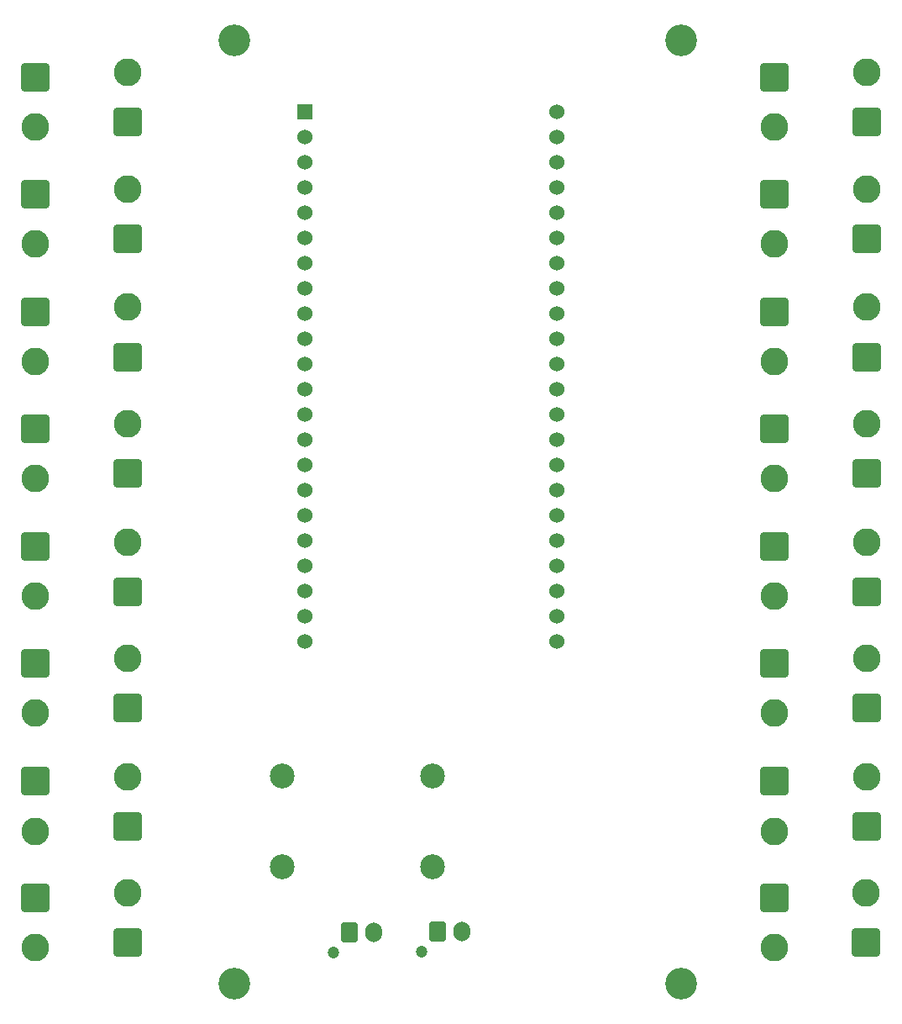
<source format=gbs>
G04 #@! TF.GenerationSoftware,KiCad,Pcbnew,9.0.0*
G04 #@! TF.CreationDate,2025-04-21T19:14:25+01:00*
G04 #@! TF.ProjectId,LED_Hub,4c45445f-4875-4622-9e6b-696361645f70,rev?*
G04 #@! TF.SameCoordinates,Original*
G04 #@! TF.FileFunction,Soldermask,Bot*
G04 #@! TF.FilePolarity,Negative*
%FSLAX46Y46*%
G04 Gerber Fmt 4.6, Leading zero omitted, Abs format (unit mm)*
G04 Created by KiCad (PCBNEW 9.0.0) date 2025-04-21 19:14:25*
%MOMM*%
%LPD*%
G01*
G04 APERTURE LIST*
G04 Aperture macros list*
%AMRoundRect*
0 Rectangle with rounded corners*
0 $1 Rounding radius*
0 $2 $3 $4 $5 $6 $7 $8 $9 X,Y pos of 4 corners*
0 Add a 4 corners polygon primitive as box body*
4,1,4,$2,$3,$4,$5,$6,$7,$8,$9,$2,$3,0*
0 Add four circle primitives for the rounded corners*
1,1,$1+$1,$2,$3*
1,1,$1+$1,$4,$5*
1,1,$1+$1,$6,$7*
1,1,$1+$1,$8,$9*
0 Add four rect primitives between the rounded corners*
20,1,$1+$1,$2,$3,$4,$5,0*
20,1,$1+$1,$4,$5,$6,$7,0*
20,1,$1+$1,$6,$7,$8,$9,0*
20,1,$1+$1,$8,$9,$2,$3,0*%
G04 Aperture macros list end*
%ADD10C,3.200000*%
%ADD11C,2.800000*%
%ADD12RoundRect,0.250001X-1.149999X1.149999X-1.149999X-1.149999X1.149999X-1.149999X1.149999X1.149999X0*%
%ADD13RoundRect,0.250001X1.149999X-1.149999X1.149999X1.149999X-1.149999X1.149999X-1.149999X-1.149999X0*%
%ADD14C,1.200000*%
%ADD15RoundRect,0.250000X-0.600000X-0.750000X0.600000X-0.750000X0.600000X0.750000X-0.600000X0.750000X0*%
%ADD16O,1.700000X2.000000*%
%ADD17R,1.530000X1.530000*%
%ADD18C,1.530000*%
%ADD19C,2.500000*%
G04 APERTURE END LIST*
D10*
X182500000Y-140000000D03*
X137500000Y-140000000D03*
X137500000Y-45000000D03*
X182500000Y-45000000D03*
D11*
X191950000Y-136375000D03*
D12*
X191950000Y-131375000D03*
X191950000Y-119625000D03*
D11*
X191950000Y-124625000D03*
X126725000Y-95500000D03*
D13*
X126725000Y-100500000D03*
D11*
X126725000Y-107250000D03*
D13*
X126725000Y-112250000D03*
D11*
X117425000Y-136375000D03*
D12*
X117425000Y-131375000D03*
D11*
X201250000Y-95500000D03*
D13*
X201250000Y-100500000D03*
D11*
X201250000Y-83625000D03*
D13*
X201250000Y-88625000D03*
D11*
X191950000Y-77375000D03*
D12*
X191950000Y-72375000D03*
D11*
X191950000Y-89125000D03*
D12*
X191950000Y-84125000D03*
D11*
X201125000Y-130875000D03*
D13*
X201125000Y-135875000D03*
D12*
X117425000Y-60500000D03*
D11*
X117425000Y-65500000D03*
D12*
X191950000Y-96000000D03*
D11*
X191950000Y-101000000D03*
D14*
X156350000Y-136750000D03*
D15*
X157950000Y-134750000D03*
D16*
X160450000Y-134750000D03*
D12*
X117425000Y-48750000D03*
D11*
X117425000Y-53750000D03*
D17*
X144565000Y-52225000D03*
D18*
X144565000Y-54765000D03*
X144565000Y-57305000D03*
X144565000Y-59845000D03*
X144565000Y-62385000D03*
X144565000Y-64925000D03*
X144565000Y-67465000D03*
X144565000Y-70005000D03*
X144565000Y-72545000D03*
X144565000Y-75085000D03*
X144565000Y-77625000D03*
X144565000Y-80165000D03*
X144565000Y-82705000D03*
X144565000Y-85245000D03*
X144565000Y-87785000D03*
X144565000Y-90325000D03*
X144565000Y-92865000D03*
X144565000Y-95405000D03*
X144565000Y-97945000D03*
X144565000Y-100485000D03*
X144565000Y-103025000D03*
X144565000Y-105565000D03*
X169975000Y-52225000D03*
X169975000Y-54765000D03*
X169975000Y-57305000D03*
X169975000Y-59845000D03*
X169975000Y-62385000D03*
X169975000Y-64925000D03*
X169975000Y-67465000D03*
X169975000Y-70005000D03*
X169975000Y-72545000D03*
X169975000Y-75085000D03*
X169975000Y-77625000D03*
X169975000Y-80165000D03*
X169975000Y-82705000D03*
X169975000Y-85245000D03*
X169975000Y-87785000D03*
X169975000Y-90325000D03*
X169975000Y-92865000D03*
X169975000Y-95405000D03*
X169975000Y-97945000D03*
X169975000Y-100485000D03*
X169975000Y-103025000D03*
X169975000Y-105565000D03*
D13*
X126725000Y-65000000D03*
D11*
X126725000Y-60000000D03*
D13*
X201250000Y-65000000D03*
D11*
X201250000Y-60000000D03*
D13*
X126725000Y-88625000D03*
D11*
X126725000Y-83625000D03*
D13*
X201250000Y-76875000D03*
D11*
X201250000Y-71875000D03*
D13*
X126725000Y-53250000D03*
D11*
X126725000Y-48250000D03*
D13*
X126725000Y-76875000D03*
D11*
X126725000Y-71875000D03*
D12*
X117425000Y-107750000D03*
D11*
X117425000Y-112750000D03*
D12*
X191950000Y-107750000D03*
D11*
X191950000Y-112750000D03*
D13*
X201250000Y-53250000D03*
D11*
X201250000Y-48250000D03*
D12*
X191950000Y-48750000D03*
D11*
X191950000Y-53750000D03*
D12*
X191950000Y-60500000D03*
D11*
X191950000Y-65500000D03*
D19*
X157500000Y-119050000D03*
X157500000Y-128250000D03*
X142300000Y-119050000D03*
X142300000Y-128250000D03*
D12*
X117425000Y-119625000D03*
D11*
X117425000Y-124625000D03*
D14*
X147475000Y-136825000D03*
D15*
X149075000Y-134825000D03*
D16*
X151575000Y-134825000D03*
D12*
X117425000Y-84125000D03*
D11*
X117425000Y-89125000D03*
D12*
X117425000Y-96000000D03*
D11*
X117425000Y-101000000D03*
D12*
X117425000Y-72375000D03*
D11*
X117425000Y-77375000D03*
X201250000Y-119125000D03*
D13*
X201250000Y-124125000D03*
X201250000Y-112250000D03*
D11*
X201250000Y-107250000D03*
X126725000Y-119125000D03*
D13*
X126725000Y-124125000D03*
X126725000Y-135875000D03*
D11*
X126725000Y-130875000D03*
M02*

</source>
